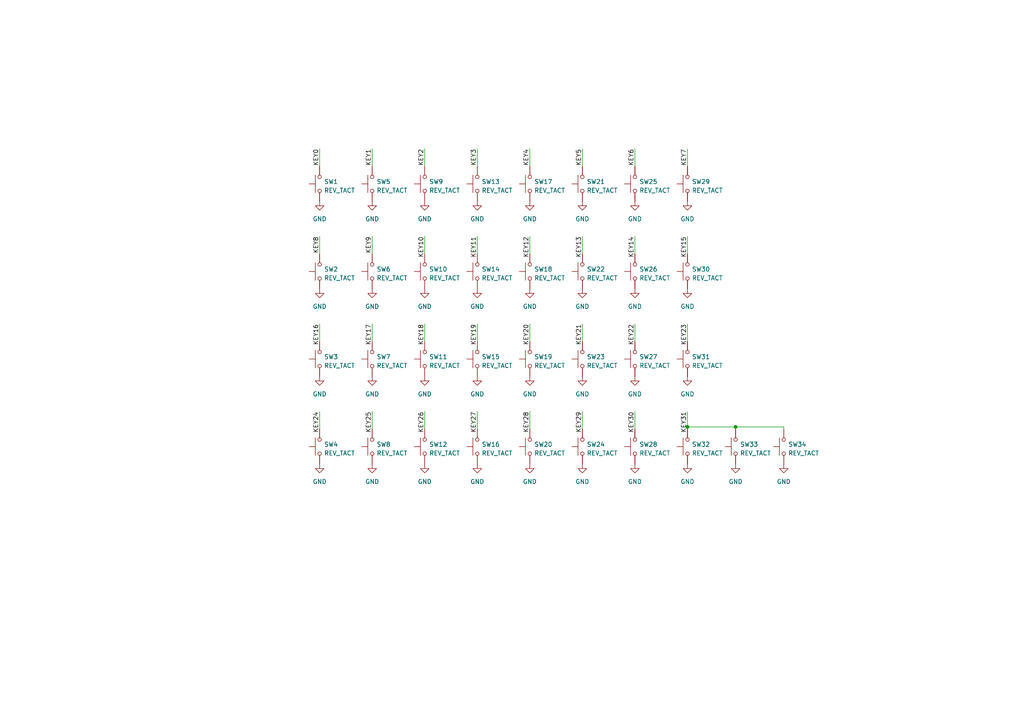
<source format=kicad_sch>
(kicad_sch (version 20230221) (generator eeschema)
  (paper "A4")
  (lib_symbols
    (symbol "Switch:SW_MEC_5G" (pin_numbers hide) (pin_names (offset 1.016) hide)
      (property "Reference" "SW" (at 1.27 2.54 0))
      (property "Value" "SW_MEC_5G" (at 0 -1.524 0))
      (symbol "SW_MEC_5G_0_1"
        (circle (center -2.032 0) (radius 0.508))
        (polyline (pts (xy 0 1.27) (xy 0 3.048)))
        (polyline (pts (xy 2.54 1.27) (xy -2.54 1.27)))
        (circle (center 2.032 0) (radius 0.508))
        (pin passive line (at -5.08 0 0) (length 2.54) (name "A") (number "1"))
        (pin passive line (at 5.08 0 180) (length 2.54) (name "B") (number "3"))
      )
      (symbol "SW_MEC_5G_1_1"
        (pin passive line (at -5.08 0 0) (length 2.54) hide (name "A") (number "2"))
        (pin passive line (at 5.08 0 180) (length 2.54) hide (name "B") (number "4"))
      )
    )
    (symbol "power:GND" (power) (pin_names (offset 0))
      (property "Value" "GND" (at 0 -3.81 0))
      (symbol "GND_0_1"
        (polyline (pts (xy 0 0) (xy 0 -1.27) (xy 1.27 -1.27) (xy 0 -2.54) (xy -1.27 -1.27) (xy 0 -1.27)))
      )
      (symbol "GND_1_1"
        (pin power_in line (at 0 0 270) (length 0) hide (name "GND") (number "1"))
      )
    )
  )
  (junction (at 213.36 123.825))
  (junction (at 199.39 123.825))
  (wire (pts (xy 227.33 123.825) (xy 213.36 123.825)))
  (wire (pts (xy 184.15 119.38) (xy 184.15 124.46)))
  (wire (pts (xy 138.43 68.58) (xy 138.43 73.66)))
  (wire (pts (xy 199.39 68.58) (xy 199.39 73.66)))
  (wire (pts (xy 227.33 124.46) (xy 227.33 123.825)))
  (wire (pts (xy 199.39 93.98) (xy 199.39 99.06)))
  (wire (pts (xy 168.91 93.98) (xy 168.91 99.06)))
  (wire (pts (xy 184.15 68.58) (xy 184.15 73.66)))
  (wire (pts (xy 107.95 119.38) (xy 107.95 124.46)))
  (wire (pts (xy 153.67 43.18) (xy 153.67 48.26)))
  (wire (pts (xy 168.91 119.38) (xy 168.91 124.46)))
  (wire (pts (xy 199.39 123.825) (xy 213.36 123.825)))
  (wire (pts (xy 153.67 68.58) (xy 153.67 73.66)))
  (wire (pts (xy 107.95 43.18) (xy 107.95 48.26)))
  (wire (pts (xy 184.15 43.18) (xy 184.15 48.26)))
  (wire (pts (xy 107.95 68.58) (xy 107.95 73.66)))
  (wire (pts (xy 199.39 43.18) (xy 199.39 48.26)))
  (wire (pts (xy 92.71 43.18) (xy 92.71 48.26)))
  (wire (pts (xy 168.91 43.18) (xy 168.91 48.26)))
  (wire (pts (xy 184.15 93.98) (xy 184.15 99.06)))
  (wire (pts (xy 138.43 119.38) (xy 138.43 124.46)))
  (wire (pts (xy 168.91 68.58) (xy 168.91 73.66)))
  (wire (pts (xy 138.43 93.98) (xy 138.43 99.06)))
  (wire (pts (xy 153.67 93.98) (xy 153.67 99.06)))
  (wire (pts (xy 92.71 119.38) (xy 92.71 124.46)))
  (wire (pts (xy 153.67 119.38) (xy 153.67 124.46)))
  (wire (pts (xy 107.95 93.98) (xy 107.95 99.06)))
  (wire (pts (xy 92.71 93.98) (xy 92.71 99.06)))
  (wire (pts (xy 123.19 43.18) (xy 123.19 48.26)))
  (wire (pts (xy 92.71 68.58) (xy 92.71 73.66)))
  (wire (pts (xy 213.36 124.46) (xy 213.36 123.825)))
  (wire (pts (xy 138.43 43.18) (xy 138.43 48.26)))
  (wire (pts (xy 123.19 119.38) (xy 123.19 124.46)))
  (wire (pts (xy 123.19 68.58) (xy 123.19 73.66)))
  (wire (pts (xy 123.19 93.98) (xy 123.19 99.06)))
  (wire (pts (xy 199.39 123.825) (xy 199.39 124.46)))
  (wire (pts (xy 199.39 119.38) (xy 199.39 123.825)))
  (label "KEY30" (at 184.15 119.38 270))
  (label "KEY0" (at 92.71 43.18 270))
  (label "KEY29" (at 168.91 119.38 270))
  (label "KEY25" (at 107.95 119.38 270))
  (label "KEY5" (at 168.91 43.18 270))
  (label "KEY4" (at 153.67 43.18 270))
  (label "KEY24" (at 92.71 119.38 270))
  (label "KEY26" (at 123.19 119.38 270))
  (label "KEY12" (at 153.67 68.58 270))
  (label "KEY11" (at 138.43 68.58 270))
  (label "KEY16" (at 92.71 93.98 270))
  (label "KEY14" (at 184.15 68.58 270))
  (label "KEY10" (at 123.19 68.58 270))
  (label "KEY28" (at 153.67 119.38 270))
  (label "KEY2" (at 123.19 43.18 270))
  (label "KEY31" (at 199.39 119.38 270))
  (label "KEY6" (at 184.15 43.18 270))
  (label "KEY18" (at 123.19 93.98 270))
  (label "KEY22" (at 184.15 93.98 270))
  (label "KEY3" (at 138.43 43.18 270))
  (label "KEY20" (at 153.67 93.98 270))
  (label "KEY1" (at 107.95 43.18 270))
  (label "KEY9" (at 107.95 68.58 270))
  (label "KEY17" (at 107.95 93.98 270))
  (label "KEY23" (at 199.39 93.98 270))
  (label "KEY19" (at 138.43 93.98 270))
  (label "KEY13" (at 168.91 68.58 270))
  (label "KEY21" (at 168.91 93.98 270))
  (label "KEY15" (at 199.39 68.58 270))
  (label "KEY8" (at 92.71 68.58 270))
  (label "KEY27" (at 138.43 119.38 270))
  (label "KEY7" (at 199.39 43.18 270))
  (symbol (lib_id "Switch:SW_MEC_5G") (at 199.39 104.14 90) (unit 1)
    (property "Reference" "SW31" (at 200.66 103.505 90) (effects (justify right)))
    (property "Value" "REV_TACT" (at 200.66 106.045 90) (effects (justify right)))
    (property "Footprint" "jeffmakes-kicad-library:SW_SPST_TACT_6x6_REV_MOUNT" (effects hide))
    (property "Datasheet" "http://www.apem.com/int/index.php?controller=attachment&id_attachment=488" (effects hide))
  )
  (symbol (lib_id "Switch:SW_MEC_5G") (at 184.15 129.54 90) (unit 1)
    (property "Reference" "SW28" (at 185.42 128.905 90) (effects (justify right)))
    (property "Value" "REV_TACT" (at 185.42 131.445 90) (effects (justify right)))
    (property "Footprint" "jeffmakes-kicad-library:SW_SPST_TACT_6x6_REV_MOUNT" (effects hide))
    (property "Datasheet" "http://www.apem.com/int/index.php?controller=attachment&id_attachment=488" (effects hide))
  )
  (symbol (lib_id "power:GND") (at 92.71 58.42 0) (unit 1)
    (property "Reference" "#PWR01" (effects hide))
    (property "Value" "GND" (at 92.71 63.5 0))
  )
  (symbol (lib_id "power:GND") (at 92.71 134.62 0) (unit 1)
    (property "Reference" "#PWR04" (effects hide))
    (property "Value" "GND" (at 92.71 139.7 0))
  )
  (symbol (lib_id "power:GND") (at 227.33 134.62 0) (unit 1)
    (property "Reference" "#PWR034" (effects hide))
    (property "Value" "GND" (at 227.33 139.7 0))
  )
  (symbol (lib_id "power:GND") (at 92.71 109.22 0) (unit 1)
    (property "Reference" "#PWR03" (effects hide))
    (property "Value" "GND" (at 92.71 114.3 0))
  )
  (symbol (lib_id "Switch:SW_MEC_5G") (at 107.95 129.54 90) (unit 1)
    (property "Reference" "SW8" (at 109.22 128.905 90) (effects (justify right)))
    (property "Value" "REV_TACT" (at 109.22 131.445 90) (effects (justify right)))
    (property "Footprint" "jeffmakes-kicad-library:SW_SPST_TACT_6x6_REV_MOUNT" (effects hide))
    (property "Datasheet" "http://www.apem.com/int/index.php?controller=attachment&id_attachment=488" (effects hide))
  )
  (symbol (lib_id "power:GND") (at 168.91 134.62 0) (unit 1)
    (property "Reference" "#PWR024" (effects hide))
    (property "Value" "GND" (at 168.91 139.7 0))
  )
  (symbol (lib_id "Switch:SW_MEC_5G") (at 123.19 104.14 90) (unit 1)
    (property "Reference" "SW11" (at 124.46 103.505 90) (effects (justify right)))
    (property "Value" "REV_TACT" (at 124.46 106.045 90) (effects (justify right)))
    (property "Footprint" "jeffmakes-kicad-library:SW_SPST_TACT_6x6_REV_MOUNT" (effects hide))
    (property "Datasheet" "http://www.apem.com/int/index.php?controller=attachment&id_attachment=488" (effects hide))
  )
  (symbol (lib_id "Switch:SW_MEC_5G") (at 138.43 104.14 90) (unit 1)
    (property "Reference" "SW15" (at 139.7 103.505 90) (effects (justify right)))
    (property "Value" "REV_TACT" (at 139.7 106.045 90) (effects (justify right)))
    (property "Footprint" "jeffmakes-kicad-library:SW_SPST_TACT_6x6_REV_MOUNT" (effects hide))
    (property "Datasheet" "http://www.apem.com/int/index.php?controller=attachment&id_attachment=488" (effects hide))
  )
  (symbol (lib_id "Switch:SW_MEC_5G") (at 168.91 78.74 90) (unit 1)
    (property "Reference" "SW22" (at 170.18 78.105 90) (effects (justify right)))
    (property "Value" "REV_TACT" (at 170.18 80.645 90) (effects (justify right)))
    (property "Footprint" "jeffmakes-kicad-library:SW_SPST_TACT_6x6_REV_MOUNT" (effects hide))
    (property "Datasheet" "http://www.apem.com/int/index.php?controller=attachment&id_attachment=488" (effects hide))
  )
  (symbol (lib_id "power:GND") (at 138.43 83.82 0) (unit 1)
    (property "Reference" "#PWR014" (effects hide))
    (property "Value" "GND" (at 138.43 88.9 0))
  )
  (symbol (lib_id "power:GND") (at 184.15 109.22 0) (unit 1)
    (property "Reference" "#PWR027" (effects hide))
    (property "Value" "GND" (at 184.15 114.3 0))
  )
  (symbol (lib_id "Switch:SW_MEC_5G") (at 107.95 78.74 90) (unit 1)
    (property "Reference" "SW6" (at 109.22 78.105 90) (effects (justify right)))
    (property "Value" "REV_TACT" (at 109.22 80.645 90) (effects (justify right)))
    (property "Footprint" "jeffmakes-kicad-library:SW_SPST_TACT_6x6_REV_MOUNT" (effects hide))
    (property "Datasheet" "http://www.apem.com/int/index.php?controller=attachment&id_attachment=488" (effects hide))
  )
  (symbol (lib_id "power:GND") (at 184.15 58.42 0) (unit 1)
    (property "Reference" "#PWR025" (effects hide))
    (property "Value" "GND" (at 184.15 63.5 0))
  )
  (symbol (lib_id "power:GND") (at 184.15 83.82 0) (unit 1)
    (property "Reference" "#PWR026" (effects hide))
    (property "Value" "GND" (at 184.15 88.9 0))
  )
  (symbol (lib_id "power:GND") (at 168.91 83.82 0) (unit 1)
    (property "Reference" "#PWR022" (effects hide))
    (property "Value" "GND" (at 168.91 88.9 0))
  )
  (symbol (lib_id "Switch:SW_MEC_5G") (at 184.15 78.74 90) (unit 1)
    (property "Reference" "SW26" (at 185.42 78.105 90) (effects (justify right)))
    (property "Value" "REV_TACT" (at 185.42 80.645 90) (effects (justify right)))
    (property "Footprint" "jeffmakes-kicad-library:SW_SPST_TACT_6x6_REV_MOUNT" (effects hide))
    (property "Datasheet" "http://www.apem.com/int/index.php?controller=attachment&id_attachment=488" (effects hide))
  )
  (symbol (lib_id "power:GND") (at 123.19 134.62 0) (unit 1)
    (property "Reference" "#PWR012" (effects hide))
    (property "Value" "GND" (at 123.19 139.7 0))
  )
  (symbol (lib_id "Switch:SW_MEC_5G") (at 153.67 104.14 90) (unit 1)
    (property "Reference" "SW19" (at 154.94 103.505 90) (effects (justify right)))
    (property "Value" "REV_TACT" (at 154.94 106.045 90) (effects (justify right)))
    (property "Footprint" "jeffmakes-kicad-library:SW_SPST_TACT_6x6_REV_MOUNT" (effects hide))
    (property "Datasheet" "http://www.apem.com/int/index.php?controller=attachment&id_attachment=488" (effects hide))
  )
  (symbol (lib_id "power:GND") (at 199.39 58.42 0) (unit 1)
    (property "Reference" "#PWR029" (effects hide))
    (property "Value" "GND" (at 199.39 63.5 0))
  )
  (symbol (lib_id "Switch:SW_MEC_5G") (at 153.67 129.54 90) (unit 1)
    (property "Reference" "SW20" (at 154.94 128.905 90) (effects (justify right)))
    (property "Value" "REV_TACT" (at 154.94 131.445 90) (effects (justify right)))
    (property "Footprint" "jeffmakes-kicad-library:SW_SPST_TACT_6x6_REV_MOUNT" (effects hide))
    (property "Datasheet" "http://www.apem.com/int/index.php?controller=attachment&id_attachment=488" (effects hide))
  )
  (symbol (lib_id "power:GND") (at 123.19 109.22 0) (unit 1)
    (property "Reference" "#PWR011" (effects hide))
    (property "Value" "GND" (at 123.19 114.3 0))
  )
  (symbol (lib_id "power:GND") (at 92.71 83.82 0) (unit 1)
    (property "Reference" "#PWR02" (effects hide))
    (property "Value" "GND" (at 92.71 88.9 0))
  )
  (symbol (lib_id "Switch:SW_MEC_5G") (at 107.95 53.34 90) (unit 1)
    (property "Reference" "SW5" (at 109.22 52.705 90) (effects (justify right)))
    (property "Value" "REV_TACT" (at 109.22 55.245 90) (effects (justify right)))
    (property "Footprint" "jeffmakes-kicad-library:SW_SPST_TACT_6x6_REV_MOUNT" (effects hide))
    (property "Datasheet" "http://www.apem.com/int/index.php?controller=attachment&id_attachment=488" (effects hide))
  )
  (symbol (lib_id "Switch:SW_MEC_5G") (at 199.39 129.54 90) (unit 1)
    (property "Reference" "SW32" (at 200.66 128.905 90) (effects (justify right)))
    (property "Value" "REV_TACT" (at 200.66 131.445 90) (effects (justify right)))
    (property "Footprint" "jeffmakes-kicad-library:SW_SPST_TACT_6x6_REV_MOUNT" (effects hide))
    (property "Datasheet" "http://www.apem.com/int/index.php?controller=attachment&id_attachment=488" (effects hide))
  )
  (symbol (lib_id "power:GND") (at 213.36 134.62 0) (unit 1)
    (property "Reference" "#PWR033" (effects hide))
    (property "Value" "GND" (at 213.36 139.7 0))
  )
  (symbol (lib_id "Switch:SW_MEC_5G") (at 184.15 53.34 90) (unit 1)
    (property "Reference" "SW25" (at 185.42 52.705 90) (effects (justify right)))
    (property "Value" "REV_TACT" (at 185.42 55.245 90) (effects (justify right)))
    (property "Footprint" "jeffmakes-kicad-library:SW_SPST_TACT_6x6_REV_MOUNT" (effects hide))
    (property "Datasheet" "http://www.apem.com/int/index.php?controller=attachment&id_attachment=488" (effects hide))
  )
  (symbol (lib_id "Switch:SW_MEC_5G") (at 138.43 78.74 90) (unit 1)
    (property "Reference" "SW14" (at 139.7 78.105 90) (effects (justify right)))
    (property "Value" "REV_TACT" (at 139.7 80.645 90) (effects (justify right)))
    (property "Footprint" "jeffmakes-kicad-library:SW_SPST_TACT_6x6_REV_MOUNT" (effects hide))
    (property "Datasheet" "http://www.apem.com/int/index.php?controller=attachment&id_attachment=488" (effects hide))
  )
  (symbol (lib_id "Switch:SW_MEC_5G") (at 92.71 129.54 90) (unit 1)
    (property "Reference" "SW4" (at 93.98 128.905 90) (effects (justify right)))
    (property "Value" "REV_TACT" (at 93.98 131.445 90) (effects (justify right)))
    (property "Footprint" "jeffmakes-kicad-library:SW_SPST_TACT_6x6_REV_MOUNT" (effects hide))
    (property "Datasheet" "http://www.apem.com/int/index.php?controller=attachment&id_attachment=488" (effects hide))
  )
  (symbol (lib_id "power:GND") (at 153.67 58.42 0) (unit 1)
    (property "Reference" "#PWR017" (effects hide))
    (property "Value" "GND" (at 153.67 63.5 0))
  )
  (symbol (lib_id "Switch:SW_MEC_5G") (at 168.91 104.14 90) (unit 1)
    (property "Reference" "SW23" (at 170.18 103.505 90) (effects (justify right)))
    (property "Value" "REV_TACT" (at 170.18 106.045 90) (effects (justify right)))
    (property "Footprint" "jeffmakes-kicad-library:SW_SPST_TACT_6x6_REV_MOUNT" (effects hide))
    (property "Datasheet" "http://www.apem.com/int/index.php?controller=attachment&id_attachment=488" (effects hide))
  )
  (symbol (lib_id "power:GND") (at 107.95 109.22 0) (unit 1)
    (property "Reference" "#PWR07" (effects hide))
    (property "Value" "GND" (at 107.95 114.3 0))
  )
  (symbol (lib_id "power:GND") (at 153.67 134.62 0) (unit 1)
    (property "Reference" "#PWR020" (effects hide))
    (property "Value" "GND" (at 153.67 139.7 0))
  )
  (symbol (lib_id "Switch:SW_MEC_5G") (at 184.15 104.14 90) (unit 1)
    (property "Reference" "SW27" (at 185.42 103.505 90) (effects (justify right)))
    (property "Value" "REV_TACT" (at 185.42 106.045 90) (effects (justify right)))
    (property "Footprint" "jeffmakes-kicad-library:SW_SPST_TACT_6x6_REV_MOUNT" (effects hide))
    (property "Datasheet" "http://www.apem.com/int/index.php?controller=attachment&id_attachment=488" (effects hide))
  )
  (symbol (lib_id "power:GND") (at 153.67 109.22 0) (unit 1)
    (property "Reference" "#PWR019" (effects hide))
    (property "Value" "GND" (at 153.67 114.3 0))
  )
  (symbol (lib_id "Switch:SW_MEC_5G") (at 107.95 104.14 90) (unit 1)
    (property "Reference" "SW7" (at 109.22 103.505 90) (effects (justify right)))
    (property "Value" "REV_TACT" (at 109.22 106.045 90) (effects (justify right)))
    (property "Footprint" "jeffmakes-kicad-library:SW_SPST_TACT_6x6_REV_MOUNT" (effects hide))
    (property "Datasheet" "http://www.apem.com/int/index.php?controller=attachment&id_attachment=488" (effects hide))
  )
  (symbol (lib_id "Switch:SW_MEC_5G") (at 138.43 53.34 90) (unit 1)
    (property "Reference" "SW13" (at 139.7 52.705 90) (effects (justify right)))
    (property "Value" "REV_TACT" (at 139.7 55.245 90) (effects (justify right)))
    (property "Footprint" "jeffmakes-kicad-library:SW_SPST_TACT_6x6_REV_MOUNT" (effects hide))
    (property "Datasheet" "http://www.apem.com/int/index.php?controller=attachment&id_attachment=488" (effects hide))
  )
  (symbol (lib_id "power:GND") (at 123.19 58.42 0) (unit 1)
    (property "Reference" "#PWR09" (effects hide))
    (property "Value" "GND" (at 123.19 63.5 0))
  )
  (symbol (lib_id "Switch:SW_MEC_5G") (at 138.43 129.54 90) (unit 1)
    (property "Reference" "SW16" (at 139.7 128.905 90) (effects (justify right)))
    (property "Value" "REV_TACT" (at 139.7 131.445 90) (effects (justify right)))
    (property "Footprint" "jeffmakes-kicad-library:SW_SPST_TACT_6x6_REV_MOUNT" (effects hide))
    (property "Datasheet" "http://www.apem.com/int/index.php?controller=attachment&id_attachment=488" (effects hide))
  )
  (symbol (lib_id "Switch:SW_MEC_5G") (at 213.36 129.54 90) (unit 1)
    (property "Reference" "SW33" (at 214.63 128.905 90) (effects (justify right)))
    (property "Value" "REV_TACT" (at 214.63 131.445 90) (effects (justify right)))
    (property "Footprint" "jeffmakes-kicad-library:SW_SPST_TACT_6x6_REV_MOUNT" (effects hide))
    (property "Datasheet" "http://www.apem.com/int/index.php?controller=attachment&id_attachment=488" (effects hide))
  )
  (symbol (lib_id "Switch:SW_MEC_5G") (at 92.71 78.74 90) (unit 1)
    (property "Reference" "SW2" (at 93.98 78.105 90) (effects (justify right)))
    (property "Value" "REV_TACT" (at 93.98 80.645 90) (effects (justify right)))
    (property "Footprint" "jeffmakes-kicad-library:SW_SPST_TACT_6x6_REV_MOUNT" (effects hide))
    (property "Datasheet" "http://www.apem.com/int/index.php?controller=attachment&id_attachment=488" (effects hide))
  )
  (symbol (lib_id "power:GND") (at 199.39 109.22 0) (unit 1)
    (property "Reference" "#PWR031" (effects hide))
    (property "Value" "GND" (at 199.39 114.3 0))
  )
  (symbol (lib_id "Switch:SW_MEC_5G") (at 123.19 129.54 90) (unit 1)
    (property "Reference" "SW12" (at 124.46 128.905 90) (effects (justify right)))
    (property "Value" "REV_TACT" (at 124.46 131.445 90) (effects (justify right)))
    (property "Footprint" "jeffmakes-kicad-library:SW_SPST_TACT_6x6_REV_MOUNT" (effects hide))
    (property "Datasheet" "http://www.apem.com/int/index.php?controller=attachment&id_attachment=488" (effects hide))
  )
  (symbol (lib_id "Switch:SW_MEC_5G") (at 227.33 129.54 90) (unit 1)
    (property "Reference" "SW34" (at 228.6 128.905 90) (effects (justify right)))
    (property "Value" "REV_TACT" (at 228.6 131.445 90) (effects (justify right)))
    (property "Footprint" "jeffmakes-kicad-library:SW_SPST_TACT_6x6_REV_MOUNT" (effects hide))
    (property "Datasheet" "http://www.apem.com/int/index.php?controller=attachment&id_attachment=488" (effects hide))
  )
  (symbol (lib_id "power:GND") (at 184.15 134.62 0) (unit 1)
    (property "Reference" "#PWR028" (effects hide))
    (property "Value" "GND" (at 184.15 139.7 0))
  )
  (symbol (lib_id "Switch:SW_MEC_5G") (at 123.19 53.34 90) (unit 1)
    (property "Reference" "SW9" (at 124.46 52.705 90) (effects (justify right)))
    (property "Value" "REV_TACT" (at 124.46 55.245 90) (effects (justify right)))
    (property "Footprint" "jeffmakes-kicad-library:SW_SPST_TACT_6x6_REV_MOUNT" (effects hide))
    (property "Datasheet" "http://www.apem.com/int/index.php?controller=attachment&id_attachment=488" (effects hide))
  )
  (symbol (lib_id "Switch:SW_MEC_5G") (at 123.19 78.74 90) (unit 1)
    (property "Reference" "SW10" (at 124.46 78.105 90) (effects (justify right)))
    (property "Value" "REV_TACT" (at 124.46 80.645 90) (effects (justify right)))
    (property "Footprint" "jeffmakes-kicad-library:SW_SPST_TACT_6x6_REV_MOUNT" (effects hide))
    (property "Datasheet" "http://www.apem.com/int/index.php?controller=attachment&id_attachment=488" (effects hide))
  )
  (symbol (lib_id "power:GND") (at 168.91 58.42 0) (unit 1)
    (property "Reference" "#PWR021" (effects hide))
    (property "Value" "GND" (at 168.91 63.5 0))
  )
  (symbol (lib_id "Switch:SW_MEC_5G") (at 153.67 78.74 90) (unit 1)
    (property "Reference" "SW18" (at 154.94 78.105 90) (effects (justify right)))
    (property "Value" "REV_TACT" (at 154.94 80.645 90) (effects (justify right)))
    (property "Footprint" "jeffmakes-kicad-library:SW_SPST_TACT_6x6_REV_MOUNT" (effects hide))
    (property "Datasheet" "http://www.apem.com/int/index.php?controller=attachment&id_attachment=488" (effects hide))
  )
  (symbol (lib_id "power:GND") (at 199.39 134.62 0) (unit 1)
    (property "Reference" "#PWR032" (effects hide))
    (property "Value" "GND" (at 199.39 139.7 0))
  )
  (symbol (lib_id "power:GND") (at 168.91 109.22 0) (unit 1)
    (property "Reference" "#PWR023" (effects hide))
    (property "Value" "GND" (at 168.91 114.3 0))
  )
  (symbol (lib_id "Switch:SW_MEC_5G") (at 92.71 53.34 90) (unit 1)
    (property "Reference" "SW1" (at 93.98 52.705 90) (effects (justify right)))
    (property "Value" "REV_TACT" (at 93.98 55.245 90) (effects (justify right)))
    (property "Footprint" "jeffmakes-kicad-library:SW_SPST_TACT_6x6_REV_MOUNT" (effects hide))
    (property "Datasheet" "http://www.apem.com/int/index.php?controller=attachment&id_attachment=488" (effects hide))
  )
  (symbol (lib_id "Switch:SW_MEC_5G") (at 168.91 129.54 90) (unit 1)
    (property "Reference" "SW24" (at 170.18 128.905 90) (effects (justify right)))
    (property "Value" "REV_TACT" (at 170.18 131.445 90) (effects (justify right)))
    (property "Footprint" "jeffmakes-kicad-library:SW_SPST_TACT_6x6_REV_MOUNT" (effects hide))
    (property "Datasheet" "http://www.apem.com/int/index.php?controller=attachment&id_attachment=488" (effects hide))
  )
  (symbol (lib_id "Switch:SW_MEC_5G") (at 199.39 78.74 90) (unit 1)
    (property "Reference" "SW30" (at 200.66 78.105 90) (effects (justify right)))
    (property "Value" "REV_TACT" (at 200.66 80.645 90) (effects (justify right)))
    (property "Footprint" "jeffmakes-kicad-library:SW_SPST_TACT_6x6_REV_MOUNT" (effects hide))
    (property "Datasheet" "http://www.apem.com/int/index.php?controller=attachment&id_attachment=488" (effects hide))
  )
  (symbol (lib_id "power:GND") (at 138.43 58.42 0) (unit 1)
    (property "Reference" "#PWR013" (effects hide))
    (property "Value" "GND" (at 138.43 63.5 0))
  )
  (symbol (lib_id "power:GND") (at 199.39 83.82 0) (unit 1)
    (property "Reference" "#PWR030" (effects hide))
    (property "Value" "GND" (at 199.39 88.9 0))
  )
  (symbol (lib_id "power:GND") (at 107.95 83.82 0) (unit 1)
    (property "Reference" "#PWR06" (effects hide))
    (property "Value" "GND" (at 107.95 88.9 0))
  )
  (symbol (lib_id "power:GND") (at 153.67 83.82 0) (unit 1)
    (property "Reference" "#PWR018" (effects hide))
    (property "Value" "GND" (at 153.67 88.9 0))
  )
  (symbol (lib_id "power:GND") (at 107.95 58.42 0) (unit 1)
    (property "Reference" "#PWR05" (effects hide))
    (property "Value" "GND" (at 107.95 63.5 0))
  )
  (symbol (lib_id "Switch:SW_MEC_5G") (at 168.91 53.34 90) (unit 1)
    (property "Reference" "SW21" (at 170.18 52.705 90) (effects (justify right)))
    (property "Value" "REV_TACT" (at 170.18 55.245 90) (effects (justify right)))
    (property "Footprint" "jeffmakes-kicad-library:SW_SPST_TACT_6x6_REV_MOUNT" (effects hide))
    (property "Datasheet" "http://www.apem.com/int/index.php?controller=attachment&id_attachment=488" (effects hide))
  )
  (symbol (lib_id "power:GND") (at 138.43 109.22 0) (unit 1)
    (property "Reference" "#PWR015" (effects hide))
    (property "Value" "GND" (at 138.43 114.3 0))
  )
  (symbol (lib_id "power:GND") (at 123.19 83.82 0) (unit 1)
    (property "Reference" "#PWR010" (effects hide))
    (property "Value" "GND" (at 123.19 88.9 0))
  )
  (symbol (lib_id "Switch:SW_MEC_5G") (at 199.39 53.34 90) (unit 1)
    (property "Reference" "SW29" (at 200.66 52.705 90) (effects (justify right)))
    (property "Value" "REV_TACT" (at 200.66 55.245 90) (effects (justify right)))
    (property "Footprint" "jeffmakes-kicad-library:SW_SPST_TACT_6x6_REV_MOUNT" (effects hide))
    (property "Datasheet" "http://www.apem.com/int/index.php?controller=attachment&id_attachment=488" (effects hide))
  )
  (symbol (lib_id "Switch:SW_MEC_5G") (at 92.71 104.14 90) (unit 1)
    (property "Reference" "SW3" (at 93.98 103.505 90) (effects (justify right)))
    (property "Value" "REV_TACT" (at 93.98 106.045 90) (effects (justify right)))
    (property "Footprint" "jeffmakes-kicad-library:SW_SPST_TACT_6x6_REV_MOUNT" (effects hide))
    (property "Datasheet" "http://www.apem.com/int/index.php?controller=attachment&id_attachment=488" (effects hide))
  )
  (symbol (lib_id "Switch:SW_MEC_5G") (at 153.67 53.34 90) (unit 1)
    (property "Reference" "SW17" (at 154.94 52.705 90) (effects (justify right)))
    (property "Value" "REV_TACT" (at 154.94 55.245 90) (effects (justify right)))
    (property "Footprint" "jeffmakes-kicad-library:SW_SPST_TACT_6x6_REV_MOUNT" (effects hide))
    (property "Datasheet" "http://www.apem.com/int/index.php?controller=attachment&id_attachment=488" (effects hide))
  )
  (symbol (lib_id "power:GND") (at 138.43 134.62 0) (unit 1)
    (property "Reference" "#PWR016" (effects hide))
    (property "Value" "GND" (at 138.43 139.7 0))
  )
  (symbol (lib_id "power:GND") (at 107.95 134.62 0) (unit 1)
    (property "Reference" "#PWR08" (effects hide))
    (property "Value" "GND" (at 107.95 139.7 0))
  )
)
</source>
